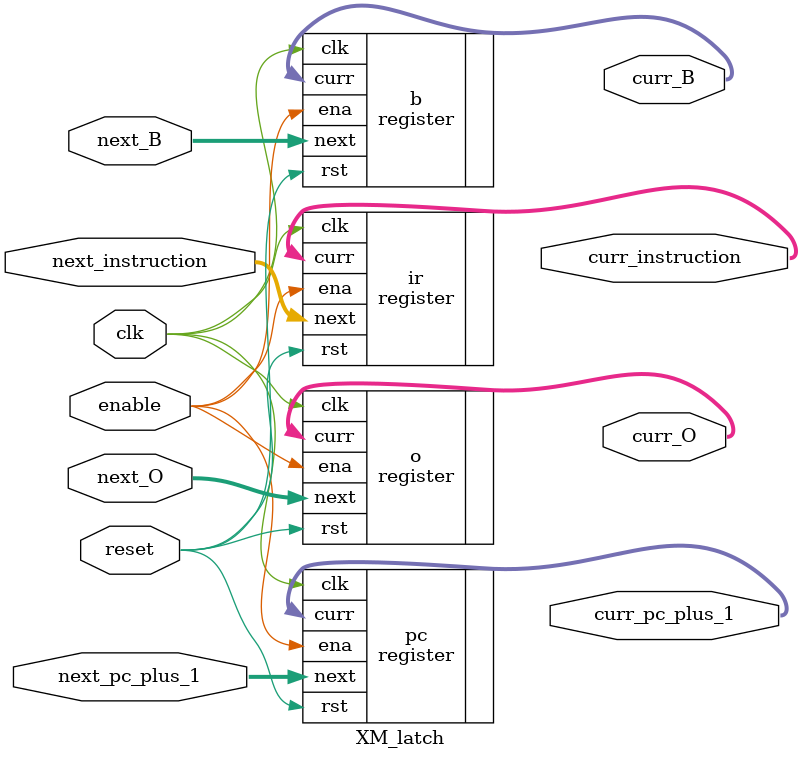
<source format=v>
module XM_latch(reset, next_pc_plus_1, next_instruction, next_O, next_B, clk, enable, curr_pc_plus_1, curr_instruction, curr_O, curr_B);
	input reset, clk, enable;
	input [31:0] next_pc_plus_1, next_instruction, next_O, next_B;
	output [31:0] curr_pc_plus_1, curr_instruction, curr_O, curr_B;
	
	register pc(.clk(clk), .ena(enable), .next(next_pc_plus_1), .curr(curr_pc_plus_1), .rst(reset));
	register ir(.clk(clk), .ena(enable), .next(next_instruction), .curr(curr_instruction), .rst(reset));
	register o(.clk(clk), .ena(enable), .next(next_O), .curr(curr_O), .rst(reset));
	register b(.clk(clk), .ena(enable), .next(next_B), .curr(curr_B), .rst(reset));

endmodule
</source>
